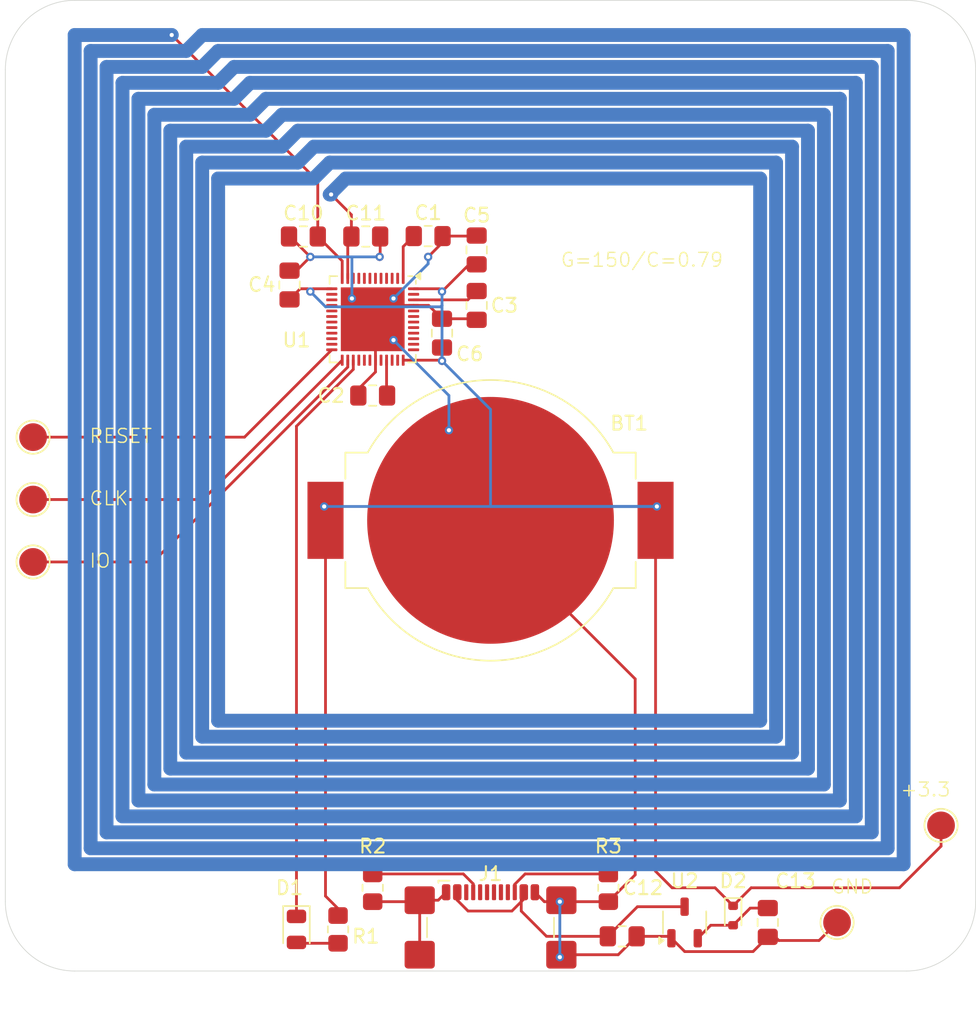
<source format=kicad_pcb>
(kicad_pcb (version 20240108) (generator "pcbnew") (generator_version "8.0")
  (layers (0 "F.Cu" signal) (31 "B.Cu" signal) (34 "B.Paste" user) (35 "F.Paste" user) (36 "B.SilkS" user "B.Silkscreen") (37 "F.SilkS" user "F.Silkscreen") (38 "B.Mask" user) (39 "F.Mask" user) (44 "Edge.Cuts" user))
  (net 0 "")
  (net 2 "+3.3V")
  (net 3 "GND")
  (net 4 "Net-(U1-DEC1)")
  (net 5 "Net-(U1-DEC3)")
  (net 6 "Net-(U1-DEC4)")
  (net 10 "Net-(U1-NFC1{slash}P0.09)")
  (net 11 "Net-(U2-IN)")
  (net 12 "Net-(D2-A)")
  (net 13 "Net-(D1-K)")
  (net 14 "Net-(D1-A)")
  (net 16 "Net-(J1-CC1)")
  (net 20 "Net-(J1-CC2)")
  (net 23 "Net-(U1-P0.21{slash}~{RESET})")
  (net 24 "Net-(U1-SWDCLK)")
  (net 25 "Net-(U1-SWDIO)")
  (footprint "TestPoint:TestPoint_Pad_D2.0mm" (layer "F.Cu") (at 62 71.5)
    (property "Reference" "TP1" (hide yes))
    (property "Value" "RESET")
    (fp_circle (center 0 0) (end 0 1.2) (stroke (width 0.12)) (fill none) (layer "F.SilkS"))
    (pad "1" smd circle (at 0 0) (size 2 2) (layers "F.Cu" "F.Mask") (net 23 "Net-(U1-P0.21{slash}~{RESET})"))
  )
  (footprint "Capacitor_SMD:C_0805_2012Metric_Pad1.18x1.45mm_HandSolder" (layer "F.Cu") (at 94 58 90)
    (property "Reference" "C5" (at 2.5 0 180) (layer "F.SilkS"))
    (property "Value" "4.7u")
    (fp_line (start -0.261252 -0.735) (end 0.261252 -0.735) (stroke (width 0.12)) (layer "F.SilkS"))
    (fp_line (start -0.261252 0.735) (end 0.261252 0.735) (stroke (width 0.12)) (layer "F.SilkS"))
    (pad "1" smd roundrect (at -1.0375 0 90) (size 1.175 1.45) (layers "F.Cu" "F.Paste" "F.Mask") (roundrect_rratio 0.212766) (net 2 "+3.3V"))
    (pad "2" smd roundrect (at 1.0375 0 90) (size 1.175 1.45) (layers "F.Cu" "F.Paste" "F.Mask") (roundrect_rratio 0.212766) (net 3 "GND"))
  )
  (footprint "Capacitor_SMD:C_0805_2012Metric_Pad1.18x1.45mm_HandSolder" (layer "F.Cu") (at 80.5 60.53 90)
    (property "Reference" "C4" (at 0.03 -2 180) (layer "F.SilkS"))
    (property "Value" "100n")
    (fp_line (start -0.261252 -0.735) (end 0.261252 -0.735) (stroke (width 0.12)) (layer "F.SilkS"))
    (fp_line (start -0.261252 0.735) (end 0.261252 0.735) (stroke (width 0.12)) (layer "F.SilkS"))
    (pad "1" smd roundrect (at -1.0375 0 90) (size 1.175 1.45) (layers "F.Cu" "F.Paste" "F.Mask") (roundrect_rratio 0.212766) (net 2 "+3.3V"))
    (pad "2" smd roundrect (at 1.0375 0 90) (size 1.175 1.45) (layers "F.Cu" "F.Paste" "F.Mask") (roundrect_rratio 0.212766) (net 3 "GND"))
  )
  (footprint "Capacitor_SMD:C_0805_2012Metric_Pad1.18x1.45mm_HandSolder" (layer "F.Cu") (at 94 62 -90)
    (property "Reference" "C3" (at 0 -2 180) (layer "F.SilkS"))
    (property "Value" "1u")
    (fp_line (start -0.261252 0.735) (end 0.261252 0.735) (stroke (width 0.12)) (layer "F.SilkS"))
    (fp_line (start -0.261252 -0.735) (end 0.261252 -0.735) (stroke (width 0.12)) (layer "F.SilkS"))
    (pad "1" smd roundrect (at -1.0375 0 270) (size 1.175 1.45) (layers "F.Cu" "F.Paste" "F.Mask") (roundrect_rratio 0.212766) (net 6 "Net-(U1-DEC4)"))
    (pad "2" smd roundrect (at 1.0375 0 270) (size 1.175 1.45) (layers "F.Cu" "F.Paste" "F.Mask") (roundrect_rratio 0.212766) (net 3 "GND"))
  )
  (footprint "TestPoint:TestPoint_Pad_D2.0mm" (layer "F.Cu") (at 62 76)
    (property "Reference" "TP2" (hide yes))
    (property "Value" "CLK")
    (fp_circle (center 0 0) (end 0 1.2) (stroke (width 0.12)) (fill none) (layer "F.SilkS"))
    (pad "1" smd circle (at 0 0) (size 2 2) (layers "F.Cu" "F.Mask") (net 24 "Net-(U1-SWDCLK)"))
  )
  (footprint "Capacitor_SMD:C_0805_2012Metric_Pad1.18x1.45mm_HandSolder" (layer "F.Cu") (at 104.5 107.5)
    (property "Reference" "C12" (at 1.5 -3.5 0) (layer "F.SilkS"))
    (property "Value" "100n")
    (fp_line (start -0.261252 -0.735) (end 0.261252 -0.735) (stroke (width 0.12)) (layer "F.SilkS"))
    (fp_line (start -0.261252 0.735) (end 0.261252 0.735) (stroke (width 0.12)) (layer "F.SilkS"))
    (pad "1" smd roundrect (at -1.0375 0) (size 1.175 1.45) (layers "F.Cu" "F.Paste" "F.Mask") (roundrect_rratio 0.212766) (net 11 "Net-(U2-IN)"))
    (pad "2" smd roundrect (at 1.0375 0) (size 1.175 1.45) (layers "F.Cu" "F.Paste" "F.Mask") (roundrect_rratio 0.212766) (net 3 "GND"))
  )
  (footprint "TestPoint:TestPoint_Pad_D2.0mm" (layer "F.Cu") (at 62 80.5)
    (property "Reference" "TP3" (hide yes))
    (property "Value" "IO")
    (fp_circle (center 0 0) (end 0 1.2) (stroke (width 0.12)) (fill none) (layer "F.SilkS"))
    (pad "1" smd circle (at 0 0) (size 2 2) (layers "F.Cu" "F.Mask") (net 25 "Net-(U1-SWDIO)"))
  )
  (footprint "Capacitor_SMD:C_0805_2012Metric_Pad1.18x1.45mm_HandSolder" (layer "F.Cu") (at 115 106.5 -90)
    (property "Reference" "C13" (at -3 -2 180) (layer "F.SilkS"))
    (property "Value" "100n")
    (fp_line (start -0.261252 0.735) (end 0.261252 0.735) (stroke (width 0.12)) (layer "F.SilkS"))
    (fp_line (start -0.261252 -0.735) (end 0.261252 -0.735) (stroke (width 0.12)) (layer "F.SilkS"))
    (pad "1" smd roundrect (at -1.0375 0 270) (size 1.175 1.45) (layers "F.Cu" "F.Paste" "F.Mask") (roundrect_rratio 0.212766) (net 12 "Net-(D2-A)"))
    (pad "2" smd roundrect (at 1.0375 0 270) (size 1.175 1.45) (layers "F.Cu" "F.Paste" "F.Mask") (roundrect_rratio 0.212766) (net 3 "GND"))
  )
  (footprint "Battery:BatteryHolder_MPD_BC2003_1x2032" (layer "F.Cu") (at 95 77.5)
    (property "Reference" "BT1" (at 10 -7 0) (layer "F.SilkS"))
    (property "Value" "CR2032")
    (fp_line (start -10.47 -4.885) (end -8.86291 -4.885) (stroke (width 0.12)) (layer "F.SilkS"))
    (fp_line (start -10.47 -3) (end -10.47 -4.885) (stroke (width 0.12)) (layer "F.SilkS"))
    (fp_line (start -10.47 3) (end -10.47 4.885) (stroke (width 0.12)) (layer "F.SilkS"))
    (fp_line (start -10.47 4.885) (end -8.86291 4.885) (stroke (width 0.12)) (layer "F.SilkS"))
    (fp_line (start 10.47 -4.885) (end 8.86291 -4.885) (stroke (width 0.12)) (layer "F.SilkS"))
    (fp_line (start 10.47 -3) (end 10.47 -4.885) (stroke (width 0.12)) (layer "F.SilkS"))
    (fp_line (start 10.47 3) (end 10.47 4.885) (stroke (width 0.12)) (layer "F.SilkS"))
    (fp_line (start 10.47 4.885) (end 8.86291 4.885) (stroke (width 0.12)) (layer "F.SilkS"))
    (fp_arc (start -8.86291 -4.885) (mid 0 -10.12) (end 8.86291 -4.885) (stroke (width 0.12)) (layer "F.SilkS"))
    (fp_arc (start 8.865021 4.881168) (mid 0.002187 10.12) (end -8.86291 4.885) (stroke (width 0.12)) (layer "F.SilkS"))
    (pad "1" smd rect (at -11.905 0) (size 2.6 5.56) (layers "F.Cu" "F.Paste" "F.Mask") (net 2 "+3.3V"))
    (pad "1" smd rect (at 11.905 0) (size 2.6 5.56) (layers "F.Cu" "F.Paste" "F.Mask") (net 2 "+3.3V"))
    (pad "2" smd circle (at 0 0) (size 17.8 17.8) (layers "F.Cu" "F.Mask") (net 3 "GND"))
  )
  (footprint "Resistor_SMD:R_0805_2012Metric_Pad1.20x1.40mm_HandSolder" (layer "F.Cu") (at 84 107 90)
    (property "Reference" "R1" (at -0.5 2 180) (layer "F.SilkS"))
    (property "Value" "100")
    (fp_line (start -0.227064 -0.735) (end 0.227064 -0.735) (stroke (width 0.12)) (layer "F.SilkS"))
    (fp_line (start -0.227064 0.735) (end 0.227064 0.735) (stroke (width 0.12)) (layer "F.SilkS"))
    (pad "1" smd roundrect (at -1 0 90) (size 1.2 1.4) (layers "F.Cu" "F.Paste" "F.Mask") (roundrect_rratio 0.208333) (net 14 "Net-(D1-A)"))
    (pad "2" smd roundrect (at 1 0 90) (size 1.2 1.4) (layers "F.Cu" "F.Paste" "F.Mask") (roundrect_rratio 0.208333) (net 2 "+3.3V"))
  )
  (footprint "Capacitor_SMD:C_0805_2012Metric_Pad1.18x1.45mm_HandSolder" (layer "F.Cu") (at 81.5 57.03)
    (property "Reference" "C10" (at 0 -1.68 0) (layer "F.SilkS"))
    (property "Value" "TBD")
    (fp_line (start -0.261252 -0.735) (end 0.261252 -0.735) (stroke (width 0.12)) (layer "F.SilkS"))
    (fp_line (start -0.261252 0.735) (end 0.261252 0.735) (stroke (width 0.12)) (layer "F.SilkS"))
    (pad "1" smd roundrect (at -1.0375 0) (size 1.175 1.45) (layers "F.Cu" "F.Paste" "F.Mask") (roundrect_rratio 0.212766) (net 3 "GND"))
    (pad "2" smd roundrect (at 1.0375 0) (size 1.175 1.45) (layers "F.Cu" "F.Paste" "F.Mask") (roundrect_rratio 0.212766) (net 10 "Net-(U1-NFC1{slash}P0.09)"))
  )
  (footprint "Capacitor_SMD:C_0805_2012Metric_Pad1.18x1.45mm_HandSolder" (layer "F.Cu") (at 86 57.03)
    (property "Reference" "C11" (at 0 -1.68 0) (layer "F.SilkS"))
    (property "Value" "TBD")
    (fp_line (start -0.261252 -0.735) (end 0.261252 -0.735) (stroke (width 0.12)) (layer "F.SilkS"))
    (fp_line (start -0.261252 0.735) (end 0.261252 0.735) (stroke (width 0.12)) (layer "F.SilkS"))
    (pad "1" smd roundrect (at -1.0375 0) (size 1.175 1.45) (layers "F.Cu" "F.Paste" "F.Mask") (roundrect_rratio 0.212766) (net 10 "Net-(U1-NFC1{slash}P0.09)"))
    (pad "2" smd roundrect (at 1.0375 0) (size 1.175 1.45) (layers "F.Cu" "F.Paste" "F.Mask") (roundrect_rratio 0.212766) (net 3 "GND"))
  )
  (footprint "TestPoint:TestPoint_Pad_D2.0mm" (layer "F.Cu") (at 120 106.5)
    (property "Reference" "TP6" (hide yes))
    (property "Value" "GND")
    (fp_circle (center 0 0) (end 0 1.2) (stroke (width 0.12)) (fill none) (layer "F.SilkS"))
    (pad "1" smd circle (at 0 0) (size 2 2) (layers "F.Cu" "F.Mask") (net 3 "GND"))
  )
  (footprint "Connector_USB:USB_C_Receptacle_GCT_USB4110" (layer "F.Cu") (at 95 108)
    (property "Reference" "J1" (at 0 -5.015 0) (layer "F.SilkS"))
    (property "Value" "USB_C_Receptacle_USB2.0_16P")
    (fp_line (start -4.58 -0.435) (end -4.58 -1.845) (stroke (width 0.12)) (layer "F.SilkS"))
    (fp_line (start -3.76 -4.515) (end -3.76 -4.365) (stroke (width 0.12)) (layer "F.SilkS"))
    (fp_line (start -2.96 -4.515) (end -3.76 -4.515) (stroke (width 0.12)) (layer "F.SilkS"))
    (fp_line (start 4.58 -0.435) (end 4.58 -1.845) (stroke (width 0.12)) (layer "F.SilkS"))
    (pad "" np_thru_hole circle (at -2.89 -2.605) (size 0.65 0.65) (drill 0.65) (layers "F&B.Cu" "*.Mask"))
    (pad "" np_thru_hole circle (at 2.89 -2.605) (size 0.65 0.65) (drill 0.65) (layers "F&B.Cu" "*.Mask"))
    (pad "A1" smd roundrect (at -3.2 -3.68) (size 0.6 1.15) (layers "F.Cu" "F.Paste" "F.Mask") (net 3 "GND"))
    (pad "A4" smd roundrect (at -2.4 -3.68) (size 0.6 1.15) (layers "F.Cu" "F.Paste" "F.Mask") (net 11 "Net-(U2-IN)"))
    (pad "A5" smd roundrect (at -1.25 -3.68) (size 0.3 1.15) (layers "F.Cu" "F.Paste" "F.Mask") (net 16 "Net-(J1-CC1)"))
    (pad "A6" smd roundrect (at -0.25 -3.68) (size 0.3 1.15) (layers "F.Cu" "F.Paste" "F.Mask"))
    (pad "A7" smd roundrect (at 0.25 -3.68) (size 0.3 1.15) (layers "F.Cu" "F.Paste" "F.Mask"))
    (pad "A8" smd roundrect (at 1.25 -3.68) (size 0.3 1.15) (layers "F.Cu" "F.Paste" "F.Mask"))
    (pad "A9" smd roundrect (at 2.4 -3.68) (size 0.6 1.15) (layers "F.Cu" "F.Paste" "F.Mask") (net 11 "Net-(U2-IN)"))
    (pad "A12" smd roundrect (at 3.2 -3.68) (size 0.6 1.15) (layers "F.Cu" "F.Paste" "F.Mask") (net 3 "GND"))
    (pad "B1" smd roundrect (at 3.2 -3.68) (size 0.6 1.15) (layers "F.Cu" "F.Paste" "F.Mask") (net 3 "GND"))
    (pad "B4" smd roundrect (at 2.4 -3.68) (size 0.6 1.15) (layers "F.Cu" "F.Paste" "F.Mask") (net 11 "Net-(U2-IN)"))
    (pad "B5" smd roundrect (at 1.75 -3.68) (size 0.3 1.15) (layers "F.Cu" "F.Paste" "F.Mask") (net 20 "Net-(J1-CC2)"))
    (pad "B6" smd roundrect (at 0.75 -3.68) (size 0.3 1.15) (layers "F.Cu" "F.Paste" "F.Mask"))
    (pad "B7" smd roundrect (at -0.75 -3.68) (size 0.3 1.15) (layers "F.Cu" "F.Paste" "F.Mask"))
    (pad "B8" smd roundrect (at -1.75 -3.68) (size 0.3 1.15) (layers "F.Cu" "F.Paste" "F.Mask"))
    (pad "B9" smd roundrect (at -2.4 -3.68) (size 0.6 1.15) (layers "F.Cu" "F.Paste" "F.Mask") (net 11 "Net-(U2-IN)"))
    (pad "B12" smd roundrect (at -3.2 -3.68) (size 0.6 1.15) (layers "F.Cu" "F.Paste" "F.Mask") (net 3 "GND"))
    (pad "S1" smd roundrect (at -5.11 -3.105) (size 2.18 2) (layers "F.Cu" "F.Paste" "F.Mask") (roundrect_rratio 0.125) (net 3 "GND"))
    (pad "S1" smd roundrect (at -5.11 0.825) (size 2.18 2) (layers "F.Cu" "F.Paste" "F.Mask") (roundrect_rratio 0.125) (net 3 "GND"))
    (pad "S1" smd roundrect (at 5.11 -3.105) (size 2.18 2) (layers "F.Cu" "F.Paste" "F.Mask") (roundrect_rratio 0.125) (net 3 "GND"))
    (pad "S1" smd roundrect (at 5.11 0.825) (size 2.18 2) (layers "F.Cu" "F.Paste" "F.Mask") (roundrect_rratio 0.125) (net 3 "GND"))
  )
  (footprint "LED_SMD:LED_0805_2012Metric" (layer "F.Cu") (at 81 107 -90)
    (property "Reference" "D1" (at -3 0.5 180) (layer "F.SilkS"))
    (property "Value" "ACTIVE")
    (fp_line (start -1.685 0.96) (end 1 0.96) (stroke (width 0.12)) (layer "F.SilkS"))
    (fp_line (start -1.685 -0.96) (end -1.685 0.96) (stroke (width 0.12)) (layer "F.SilkS"))
    (fp_line (start 1 -0.96) (end -1.685 -0.96) (stroke (width 0.12)) (layer "F.SilkS"))
    (pad "1" smd roundrect (at -0.9375 0 270) (size 0.975 1.4) (layers "F.Cu" "F.Paste" "F.Mask") (net 13 "Net-(D1-K)"))
    (pad "2" smd roundrect (at 0.9375 0 270) (size 0.975 1.4) (layers "F.Cu" "F.Paste" "F.Mask") (net 14 "Net-(D1-A)"))
  )
  (footprint "Package_DFN_QFN:QFN-48-1EP_6x6mm_P0.4mm_EP4.6x4.6mm" (layer "F.Cu") (at 86.5 63 -90)
    (property "Reference" "U1" (at 1.5 5.5 180) (layer "F.SilkS"))
    (property "Value" "nRF52832-QFxx")
    (fp_line (start -3.11 3.11) (end -3.11 2.56) (stroke (width 0.12)) (layer "F.SilkS"))
    (fp_line (start -2.56 3.11) (end -3.11 3.11) (stroke (width 0.12)) (layer "F.SilkS"))
    (fp_line (start 2.56 3.11) (end 3.11 3.11) (stroke (width 0.12)) (layer "F.SilkS"))
    (fp_line (start 3.11 3.11) (end 3.11 2.56) (stroke (width 0.12)) (layer "F.SilkS"))
    (fp_line (start -3.11 -2.56) (end -3.11 -2.87) (stroke (width 0.12)) (layer "F.SilkS"))
    (fp_line (start -2.56 -3.11) (end -2.81 -3.11) (stroke (width 0.12)) (layer "F.SilkS"))
    (fp_line (start 2.56 -3.11) (end 3.11 -3.11) (stroke (width 0.12)) (layer "F.SilkS"))
    (fp_line (start 3.11 -3.11) (end 3.11 -2.56) (stroke (width 0.12)) (layer "F.SilkS"))
    (fp_poly (pts (xy -3.11 -3.11) (xy -3.35 -3.44) (xy -2.87 -3.44) (xy -3.11 -3.11)) (stroke (width 0.12)) (fill solid) (layer "F.SilkS"))
    (pad "1" smd roundrect (at -2.95 -2.2 270) (size 0.8 0.2) (layers "F.Cu" "F.Paste" "F.Mask") (net 4 "Net-(U1-DEC1)"))
    (pad "2" smd roundrect (at -2.95 -1.8 270) (size 0.8 0.2) (layers "F.Cu" "F.Paste" "F.Mask"))
    (pad "3" smd roundrect (at -2.95 -1.4 270) (size 0.8 0.2) (layers "F.Cu" "F.Paste" "F.Mask"))
    (pad "4" smd roundrect (at -2.95 -1 270) (size 0.8 0.2) (layers "F.Cu" "F.Paste" "F.Mask"))
    (pad "5" smd roundrect (at -2.95 -0.6 270) (size 0.8 0.2) (layers "F.Cu" "F.Paste" "F.Mask"))
    (pad "6" smd roundrect (at -2.95 -0.2 270) (size 0.8 0.2) (layers "F.Cu" "F.Paste" "F.Mask"))
    (pad "7" smd roundrect (at -2.95 0.2 270) (size 0.8 0.2) (layers "F.Cu" "F.Paste" "F.Mask"))
    (pad "8" smd roundrect (at -2.95 0.6 270) (size 0.8 0.2) (layers "F.Cu" "F.Paste" "F.Mask"))
    (pad "9" smd roundrect (at -2.95 1 270) (size 0.8 0.2) (layers "F.Cu" "F.Paste" "F.Mask"))
    (pad "10" smd roundrect (at -2.95 1.4 270) (size 0.8 0.2) (layers "F.Cu" "F.Paste" "F.Mask"))
    (pad "11" smd roundrect (at -2.95 1.8 270) (size 0.8 0.2) (layers "F.Cu" "F.Paste" "F.Mask") (net 10 "Net-(U1-NFC1{slash}P0.09)"))
    (pad "12" smd roundrect (at -2.95 2.2 270) (size 0.8 0.2) (layers "F.Cu" "F.Paste" "F.Mask") (net 10 "Net-(U1-NFC1{slash}P0.09)"))
    (pad "13" smd roundrect (at -2.2 2.95 270) (size 0.2 0.8) (layers "F.Cu" "F.Paste" "F.Mask") (net 2 "+3.3V"))
    (pad "14" smd roundrect (at -1.8 2.95 270) (size 0.2 0.8) (layers "F.Cu" "F.Paste" "F.Mask"))
    (pad "15" smd roundrect (at -1.4 2.95 270) (size 0.2 0.8) (layers "F.Cu" "F.Paste" "F.Mask"))
    (pad "16" smd roundrect (at -1 2.95 270) (size 0.2 0.8) (layers "F.Cu" "F.Paste" "F.Mask"))
    (pad "17" smd roundrect (at -0.6 2.95 270) (size 0.2 0.8) (layers "F.Cu" "F.Paste" "F.Mask"))
    (pad "18" smd roundrect (at -0.2 2.95 270) (size 0.2 0.8) (layers "F.Cu" "F.Paste" "F.Mask"))
    (pad "19" smd roundrect (at 0.2 2.95 270) (size 0.2 0.8) (layers "F.Cu" "F.Paste" "F.Mask"))
    (pad "20" smd roundrect (at 0.6 2.95 270) (size 0.2 0.8) (layers "F.Cu" "F.Paste" "F.Mask"))
    (pad "21" smd roundrect (at 1 2.95 270) (size 0.2 0.8) (layers "F.Cu" "F.Paste" "F.Mask"))
    (pad "22" smd roundrect (at 1.4 2.95 270) (size 0.2 0.8) (layers "F.Cu" "F.Paste" "F.Mask"))
    (pad "23" smd roundrect (at 1.8 2.95 270) (size 0.2 0.8) (layers "F.Cu" "F.Paste" "F.Mask"))
    (pad "24" smd roundrect (at 2.2 2.95 270) (size 0.2 0.8) (layers "F.Cu" "F.Paste" "F.Mask") (net 23 "Net-(U1-P0.21{slash}~{RESET})"))
    (pad "25" smd roundrect (at 2.95 2.2 270) (size 0.8 0.2) (layers "F.Cu" "F.Paste" "F.Mask") (net 24 "Net-(U1-SWDCLK)"))
    (pad "26" smd roundrect (at 2.95 1.8 270) (size 0.8 0.2) (layers "F.Cu" "F.Paste" "F.Mask") (net 25 "Net-(U1-SWDIO)"))
    (pad "27" smd roundrect (at 2.95 1.4 270) (size 0.8 0.2) (layers "F.Cu" "F.Paste" "F.Mask") (net 13 "Net-(D1-K)"))
    (pad "28" smd roundrect (at 2.95 1 270) (size 0.8 0.2) (layers "F.Cu" "F.Paste" "F.Mask"))
    (pad "29" smd roundrect (at 2.95 0.6 270) (size 0.8 0.2) (layers "F.Cu" "F.Paste" "F.Mask"))
    (pad "30" smd roundrect (at 2.95 0.2 270) (size 0.8 0.2) (layers "F.Cu" "F.Paste" "F.Mask"))
    (pad "31" smd roundrect (at 2.95 -0.2 270) (size 0.8 0.2) (layers "F.Cu" "F.Paste" "F.Mask") (net 3 "GND"))
    (pad "32" smd roundrect (at 2.95 -0.6 270) (size 0.8 0.2) (layers "F.Cu" "F.Paste" "F.Mask"))
    (pad "33" smd roundrect (at 2.95 -1 270) (size 0.8 0.2) (layers "F.Cu" "F.Paste" "F.Mask") (net 5 "Net-(U1-DEC3)"))
    (pad "34" smd roundrect (at 2.95 -1.4 270) (size 0.8 0.2) (layers "F.Cu" "F.Paste" "F.Mask"))
    (pad "35" smd roundrect (at 2.95 -1.8 270) (size 0.8 0.2) (layers "F.Cu" "F.Paste" "F.Mask"))
    (pad "36" smd roundrect (at 2.95 -2.2 270) (size 0.8 0.2) (layers "F.Cu" "F.Paste" "F.Mask") (net 2 "+3.3V"))
    (pad "37" smd roundrect (at 2.2 -2.95 270) (size 0.2 0.8) (layers "F.Cu" "F.Paste" "F.Mask"))
    (pad "38" smd roundrect (at 1.8 -2.95 270) (size 0.2 0.8) (layers "F.Cu" "F.Paste" "F.Mask"))
    (pad "39" smd roundrect (at 1.4 -2.95 270) (size 0.2 0.8) (layers "F.Cu" "F.Paste" "F.Mask"))
    (pad "40" smd roundrect (at 1 -2.95 270) (size 0.2 0.8) (layers "F.Cu" "F.Paste" "F.Mask"))
    (pad "41" smd roundrect (at 0.6 -2.95 270) (size 0.2 0.8) (layers "F.Cu" "F.Paste" "F.Mask"))
    (pad "42" smd roundrect (at 0.2 -2.95 270) (size 0.2 0.8) (layers "F.Cu" "F.Paste" "F.Mask"))
    (pad "43" smd roundrect (at -0.2 -2.95 270) (size 0.2 0.8) (layers "F.Cu" "F.Paste" "F.Mask"))
    (pad "44" smd roundrect (at -0.6 -2.95 270) (size 0.2 0.8) (layers "F.Cu" "F.Paste" "F.Mask"))
    (pad "45" smd roundrect (at -1 -2.95 270) (size 0.2 0.8) (layers "F.Cu" "F.Paste" "F.Mask") (net 3 "GND"))
    (pad "46" smd roundrect (at -1.4 -2.95 270) (size 0.2 0.8) (layers "F.Cu" "F.Paste" "F.Mask") (net 6 "Net-(U1-DEC4)"))
    (pad "47" smd roundrect (at -1.8 -2.95 270) (size 0.2 0.8) (layers "F.Cu" "F.Paste" "F.Mask"))
    (pad "48" smd roundrect (at -2.2 -2.95 270) (size 0.2 0.8) (layers "F.Cu" "F.Paste" "F.Mask") (net 2 "+3.3V"))
    (pad "49" smd rect (at 0 0 270) (size 4.6 4.6) (property pad_prop_heatsink) (layers "F.Cu" "F.Mask") (net 3 "GND"))
  )
  (footprint "Capacitor_SMD:C_0805_2012Metric_Pad1.18x1.45mm_HandSolder" (layer "F.Cu") (at 91.5 64 90)
    (property "Reference" "C6" (at -1.5 2 180) (layer "F.SilkS"))
    (property "Value" "100n")
    (fp_line (start -0.261252 -0.735) (end 0.261252 -0.735) (stroke (width 0.12)) (layer "F.SilkS"))
    (fp_line (start -0.261252 0.735) (end 0.261252 0.735) (stroke (width 0.12)) (layer "F.SilkS"))
    (pad "1" smd roundrect (at -1.0375 0 90) (size 1.175 1.45) (layers "F.Cu" "F.Paste" "F.Mask") (roundrect_rratio 0.212766) (net 2 "+3.3V"))
    (pad "2" smd roundrect (at 1.0375 0 90) (size 1.175 1.45) (layers "F.Cu" "F.Paste" "F.Mask") (roundrect_rratio 0.212766) (net 3 "GND"))
  )
  (footprint "Capacitor_SMD:C_0805_2012Metric_Pad1.18x1.45mm_HandSolder" (layer "F.Cu") (at 86.5 68.5 180)
    (property "Reference" "C2" (at 3 0 0) (layer "F.SilkS"))
    (property "Value" "100p")
    (fp_line (start -0.261252 0.735) (end 0.261252 0.735) (stroke (width 0.12)) (layer "F.SilkS"))
    (fp_line (start -0.261252 -0.735) (end 0.261252 -0.735) (stroke (width 0.12)) (layer "F.SilkS"))
    (pad "1" smd roundrect (at -1.0375 0 180) (size 1.175 1.45) (layers "F.Cu" "F.Paste" "F.Mask") (roundrect_rratio 0.212766) (net 5 "Net-(U1-DEC3)"))
    (pad "2" smd roundrect (at 1.0375 0 180) (size 1.175 1.45) (layers "F.Cu" "F.Paste" "F.Mask") (roundrect_rratio 0.212766) (net 3 "GND"))
  )
  (footprint "TestPoint:TestPoint_Pad_D2.0mm" (layer "F.Cu") (at 127.5 99.5)
    (property "Reference" "TP5" (hide yes))
    (property "Value" "+3.3")
    (fp_circle (center 0 0) (end 0 1.2) (stroke (width 0.12)) (fill none) (layer "F.SilkS"))
    (pad "1" smd circle (at 0 0) (size 2 2) (layers "F.Cu" "F.Mask") (net 2 "+3.3V"))
  )
  (footprint "Resistor_SMD:R_0805_2012Metric_Pad1.20x1.40mm_HandSolder" (layer "F.Cu") (at 86.5 104 90)
    (property "Reference" "R2" (at 3 0 180) (layer "F.SilkS"))
    (property "Value" "5.1k")
    (fp_line (start -0.227064 -0.735) (end 0.227064 -0.735) (stroke (width 0.12)) (layer "F.SilkS"))
    (fp_line (start -0.227064 0.735) (end 0.227064 0.735) (stroke (width 0.12)) (layer "F.SilkS"))
    (pad "1" smd roundrect (at -1 0 90) (size 1.2 1.4) (layers "F.Cu" "F.Paste" "F.Mask") (roundrect_rratio 0.208333) (net 3 "GND"))
    (pad "2" smd roundrect (at 1 0 90) (size 1.2 1.4) (layers "F.Cu" "F.Paste" "F.Mask") (roundrect_rratio 0.208333) (net 16 "Net-(J1-CC1)"))
  )
  (footprint "Package_TO_SOT_SMD:SOT-23-3" (layer "F.Cu") (at 109 106.5 90)
    (property "Reference" "U2" (at 3 0 180) (layer "F.SilkS"))
    (property "Value" "RS3002-3.3SYF5")
    (fp_line (start 0 -1.56) (end 0.8 -1.56) (stroke (width 0.12)) (layer "F.SilkS"))
    (fp_line (start 0 -1.56) (end -0.8 -1.56) (stroke (width 0.12)) (layer "F.SilkS"))
    (fp_line (start 0 1.56) (end 0.8 1.56) (stroke (width 0.12)) (layer "F.SilkS"))
    (fp_line (start 0 1.56) (end -0.8 1.56) (stroke (width 0.12)) (layer "F.SilkS"))
    (fp_poly (pts (xy -1.3 -1.51) (xy -1.54 -1.84) (xy -1.06 -1.84) (xy -1.3 -1.51)) (stroke (width 0.12)) (fill solid) (layer "F.SilkS"))
    (pad "1" smd roundrect (at -1.1375 -0.95 90) (size 1.325 0.6) (layers "F.Cu" "F.Paste" "F.Mask") (net 3 "GND"))
    (pad "2" smd roundrect (at -1.1375 0.95 90) (size 1.325 0.6) (layers "F.Cu" "F.Paste" "F.Mask") (net 12 "Net-(D2-A)"))
    (pad "3" smd roundrect (at 1.1375 0 90) (size 1.325 0.6) (layers "F.Cu" "F.Paste" "F.Mask") (net 11 "Net-(U2-IN)"))
  )
  (footprint "Diode_SMD:D_SOD-523" (layer "F.Cu") (at 112.5 106 -90)
    (property "Reference" "D2" (at -2.5 0 0) (layer "F.SilkS"))
    (property "Value" "RB751S-40")
    (fp_line (start 0.7 0.6) (end -1.26 0.6) (stroke (width 0.12)) (layer "F.SilkS"))
    (fp_line (start -1.26 -0.6) (end -1.26 0.6) (stroke (width 0.12)) (layer "F.SilkS"))
    (fp_line (start 0.7 -0.6) (end -1.26 -0.6) (stroke (width 0.12)) (layer "F.SilkS"))
    (pad "1" smd roundrect (at -0.7 0 90) (size 0.6 0.7) (layers "F.Cu" "F.Paste" "F.Mask") (net 2 "+3.3V"))
    (pad "2" smd roundrect (at 0.7 0 90) (size 0.6 0.7) (layers "F.Cu" "F.Paste" "F.Mask") (net 12 "Net-(D2-A)"))
  )
  (footprint "Resistor_SMD:R_0805_2012Metric_Pad1.20x1.40mm_HandSolder" (layer "F.Cu") (at 103.5 104 -90)
    (property "Reference" "R3" (at -3 0 180) (layer "F.SilkS"))
    (property "Value" "5.1k")
    (fp_line (start -0.227064 0.735) (end 0.227064 0.735) (stroke (width 0.12)) (layer "F.SilkS"))
    (fp_line (start -0.227064 -0.735) (end 0.227064 -0.735) (stroke (width 0.12)) (layer "F.SilkS"))
    (pad "1" smd roundrect (at -1 0 270) (size 1.2 1.4) (layers "F.Cu" "F.Paste" "F.Mask") (roundrect_rratio 0.208333) (net 20 "Net-(J1-CC2)"))
    (pad "2" smd roundrect (at 1 0 270) (size 1.2 1.4) (layers "F.Cu" "F.Paste" "F.Mask") (roundrect_rratio 0.208333) (net 3 "GND"))
  )
  (footprint "Capacitor_SMD:C_0805_2012Metric_Pad1.18x1.45mm_HandSolder" (layer "F.Cu") (at 90.5 57)
    (property "Reference" "C1" (at 0 -1.68 0) (layer "F.SilkS"))
    (property "Value" "100n")
    (fp_line (start -0.261252 -0.735) (end 0.261252 -0.735) (stroke (width 0.12)) (layer "F.SilkS"))
    (fp_line (start -0.261252 0.735) (end 0.261252 0.735) (stroke (width 0.12)) (layer "F.SilkS"))
    (pad "1" smd roundrect (at -1.0375 0) (size 1.175 1.45) (layers "F.Cu" "F.Paste" "F.Mask") (roundrect_rratio 0.212766) (net 4 "Net-(U1-DEC1)"))
    (pad "2" smd roundrect (at 1.0375 0) (size 1.175 1.45) (layers "F.Cu" "F.Paste" "F.Mask") (roundrect_rratio 0.212766) (net 3 "GND"))
  )
  (gr_arc (start 125 40) (mid 128.535534 41.464466) (end 130 45) (stroke (width 0.05)) (layer "Edge.Cuts"))
  (gr_line (start 65 40) (end 125 40) (stroke (width 0.05)) (layer "Edge.Cuts"))
  (gr_line (start 130 45) (end 130 105) (stroke (width 0.05)) (layer "Edge.Cuts"))
  (gr_line (start 125 110) (end 65 110) (stroke (width 0.05)) (layer "Edge.Cuts"))
  (gr_arc (start 130 105) (mid 128.535534 108.535534) (end 125 110) (stroke (width 0.05)) (layer "Edge.Cuts"))
  (gr_line (start 60 105) (end 60 45) (stroke (width 0.05)) (layer "Edge.Cuts"))
  (gr_arc (start 60 45) (mid 61.464466 41.464466) (end 65 40) (stroke (width 0.05)) (layer "Edge.Cuts"))
  (gr_arc (start 65 110) (mid 61.464466 108.535534) (end 60 105) (stroke (width 0.05)) (layer "Edge.Cuts"))
  (gr_text "RESET" (at 66 72 0) (layer "F.SilkS") (effects (font (size 1 1) (thickness 0.1)) (justify left bottom)))
  (gr_text "+3.3" (at 124.5 97.5 0) (layer "F.SilkS") (effects (font (size 1 1) (thickness 0.1)) (justify left bottom)))
  (gr_text "G=150/C=0.79" (at 100 59.3 0) (layer "F.SilkS") (effects (font (size 1 1) (thickness 0.1)) (justify left bottom)))
  (gr_text "IO" (at 66 81 0) (layer "F.SilkS") (effects (font (size 1 1) (thickness 0.1)) (justify left bottom)))
  (gr_text "GND" (at 119.5 104.5 0) (layer "F.SilkS") (effects (font (size 1 1) (thickness 0.1)) (justify left bottom)))
  (gr_text "CLK" (at 66 76.5 0) (layer "F.SilkS") (effects (font (size 1 1) (thickness 0.1)) (justify left bottom)))
  (segment (start 106.905 77.5) (end 106.905 102.805) (width 0.2) (layer "F.Cu") (net 2))
  (segment (start 91.5 66) (end 91.5 65.0375) (width 0.2) (layer "F.Cu") (net 2))
  (segment (start 81.8 60.8) (end 81.2675 60.8) (width 0.2) (layer "F.Cu") (net 2))
  (segment (start 108.1 104) (end 111.2 104) (width 0.2) (layer "F.Cu") (net 2))
  (segment (start 93.4625 59.0375) (end 94 59.0375) (width 0.2) (layer "F.Cu") (net 2))
  (segment (start 84 105.5) (end 83.095 104.595) (width 0.2) (layer "F.Cu") (net 2))
  (segment (start 83.55 60.8) (end 82.2 60.8) (width 0.2) (layer "F.Cu") (net 2))
  (segment (start 111.2 104) (end 112.5 105.3) (width 0.2) (layer "F.Cu") (net 2))
  (segment (start 81.2675 60.8) (end 80.5 61.5675) (width 0.2) (layer "F.Cu") (net 2))
  (segment (start 91.45 65.95) (end 91.5 66) (width 0.2) (layer "F.Cu") (net 2))
  (segment (start 91.5 66) (end 91.55 65.95) (width 0.2) (layer "F.Cu") (net 2))
  (segment (start 127.5 99.5) (end 127.5 101) (width 0.2) (layer "F.Cu") (net 2))
  (segment (start 127.5 101) (end 124.5 104) (width 0.2) (layer "F.Cu") (net 2))
  (segment (start 82 61) (end 81.8 60.8) (width 0.2) (layer "F.Cu") (net 2))
  (segment (start 91.5 61) (end 93.4625 59.0375) (width 0.2) (layer "F.Cu") (net 2))
  (segment (start 91.3 60.8) (end 89.45 60.8) (width 0.2) (layer "F.Cu") (net 2))
  (segment (start 84 106) (end 84 105.5) (width 0.2) (layer "F.Cu") (net 2))
  (segment (start 91.5 61) (end 91.3 60.8) (width 0.2) (layer "F.Cu") (net 2))
  (segment (start 124.5 104) (end 113.8 104) (width 0.2) (layer "F.Cu") (net 2))
  (segment (start 113.8 104) (end 112.5 105.3) (width 0.2) (layer "F.Cu") (net 2))
  (segment (start 82.2 60.8) (end 82 61) (width 0.2) (layer "F.Cu") (net 2))
  (segment (start 106.905 102.805) (end 108.1 104) (width 0.2) (layer "F.Cu") (net 2))
  (segment (start 83.095 104.595) (end 83.095 77.5) (width 0.2) (layer "F.Cu") (net 2))
  (segment (start 88.7 65.95) (end 91.45 65.95) (width 0.2) (layer "F.Cu") (net 2))
  (via (at 82 61) (size 0.6) (drill 0.3) (layers "F.Cu" "B.Cu") (net 2))
  (via (at 91.5 66) (size 0.6) (drill 0.3) (layers "F.Cu" "B.Cu") (net 2))
  (via (at 91.5 61) (size 0.6) (drill 0.3) (layers "F.Cu" "B.Cu") (net 2))
  (via (at 83 76.5) (size 0.6) (drill 0.3) (layers "F.Cu" "B.Cu") (net 2))
  (via (at 107 76.5) (size 0.6) (drill 0.3) (layers "F.Cu" "B.Cu") (net 2))
  (segment (start 91.5 66) (end 95 69.5) (width 0.2) (layer "B.Cu") (net 2))
  (segment (start 95 76.5) (end 107 76.5) (width 0.2) (layer "B.Cu") (net 2))
  (segment (start 91.5 62) (end 91.5 66) (width 0.2) (layer "B.Cu") (net 2))
  (segment (start 95 69.5) (end 95 76.5) (width 0.2) (layer "B.Cu") (net 2))
  (segment (start 91.5 61) (end 91.5 62) (width 0.2) (layer "B.Cu") (net 2))
  (segment (start 83.1 62.1) (end 91.4 62.1) (width 0.2) (layer "B.Cu") (net 2))
  (segment (start 82 61) (end 83.1 62.1) (width 0.2) (layer "B.Cu") (net 2))
  (segment (start 91.4 62.1) (end 91.5 62) (width 0.2) (layer "B.Cu") (net 2))
  (segment (start 107 76.5) (end 83 76.5) (width 0.2) (layer "B.Cu") (net 2))
  (segment (start 81.0075 59.4925) (end 82 58.5) (width 0.2) (layer "F.Cu") (net 3))
  (segment (start 91.5375 57.4625) (end 90.5 58.5) (width 0.2) (layer "F.Cu") (net 3))
  (segment (start 99.535 104.32) (end 100 105) (width 0.2) (layer "F.Cu") (net 3))
  (segment (start 100.215 105) (end 100.11 104.895) (width 0.2) (layer "F.Cu") (net 3))
  (segment (start 115.8 107.8) (end 118.7 107.8) (width 0.2) (layer "F.Cu") (net 3))
  (segment (start 103.5 105) (end 100.215 105) (width 0.2) (layer "F.Cu") (net 3))
  (segment (start 113.9375 108.6) (end 115 107.5375) (width 0.2) (layer "F.Cu") (net 3))
  (segment (start 82 58.5) (end 80.53 57.03) (width 0.2) (layer "F.Cu") (net 3))
  (segment (start 105.5375 107.5) (end 107.9125 107.5) (width 0.2) (layer "F.Cu") (net 3))
  (segment (start 86.7 66.8) (end 85.4625 68.0375) (width 0.2) (layer "F.Cu") (net 3))
  (segment (start 105.434314 88.934314) (end 105.434314 103.065686) (width 0.2) (layer "F.Cu") (net 3))
  (segment (start 95 78.5) (end 105.434314 88.934314) (width 0.2) (layer "F.Cu") (net 3))
  (segment (start 115 107.5375) (end 115.5375 107.5375) (width 0.2) (layer "F.Cu") (net 3))
  (segment (start 91.225 104.895) (end 91.8 104.32) (width 0.2) (layer "F.Cu") (net 3))
  (segment (start 89.785 105) (end 89.89 104.895) (width 0.2) (layer "F.Cu") (net 3))
  (segment (start 80.53 57.03) (end 80.4625 57.03) (width 0.2) (layer "F.Cu") (net 3))
  (segment (start 87.5 62) (end 86.5 63) (width 0.2) (layer "F.Cu") (net 3))
  (segment (start 91.5375 57) (end 91.5375 57.4625) (width 0.2) (layer "F.Cu") (net 3))
  (segment (start 89.45 62) (end 90.5375 62) (width 0.2) (layer "F.Cu") (net 3))
  (segment (start 107.9125 107.5) (end 108.05 107.6375) (width 0.2) (layer "F.Cu") (net 3))
  (segment (start 86.5 105) (end 89.785 105) (width 0.2) (layer "F.Cu") (net 3))
  (segment (start 109.0125 108.6) (end 113.9375 108.6) (width 0.2) (layer "F.Cu") (net 3))
  (segment (start 98.2 104.32) (end 98.88 105) (width 0.2) (layer "F.Cu") (net 3))
  (segment (start 98.88 105) (end 100 105) (width 0.2) (layer "F.Cu") (net 3))
  (segment (start 89.89 104.895) (end 91.225 104.895) (width 0.2) (layer "F.Cu") (net 3))
  (segment (start 104.2125 108.825) (end 105.5375 107.5) (width 0.2) (layer "F.Cu") (net 3))
  (segment (start 93.9625 57) (end 94 56.9625) (width 0.2) (layer "F.Cu") (net 3))
  (segment (start 87 58.5) (end 87.0375 58.4625) (width 0.2) (layer "F.Cu") (net 3))
  (segment (start 91.5 62.9625) (end 93.925 62.9625) (width 0.2) (layer "F.Cu") (net 3))
  (segment (start 100.11 108.825) (end 104.2125 108.825) (width 0.2) (layer "F.Cu") (net 3))
  (segment (start 105.434314 103.065686) (end 103.5 105) (width 0.2) (layer "F.Cu") (net 3))
  (segment (start 90.5375 62) (end 91.5 62.9625) (width 0.2) (layer "F.Cu") (net 3))
  (segment (start 89.45 62) (end 87.5 62) (width 0.2) (layer "F.Cu") (net 3))
  (segment (start 86.7 65.95) (end 86.7 66.8) (width 0.2) (layer "F.Cu") (net 3))
  (segment (start 108.05 107.6375) (end 109.0125 108.6) (width 0.2) (layer "F.Cu") (net 3))
  (segment (start 91.5375 57) (end 91.5 57) (width 0.2) (layer "F.Cu") (net 3))
  (segment (start 80.5 59.4925) (end 81.0075 59.4925) (width 0.2) (layer "F.Cu") (net 3))
  (segment (start 89.89 108.825) (end 89.89 104.895) (width 0.2) (layer "F.Cu") (net 3))
  (segment (start 85.4625 68.0375) (end 85.4625 69) (width 0.2) (layer "F.Cu") (net 3))
  (segment (start 115.5375 107.5375) (end 115.8 107.8) (width 0.2) (layer "F.Cu") (net 3))
  (segment (start 91.5 57) (end 93.9625 57) (width 0.2) (layer "F.Cu") (net 3))
  (segment (start 93.925 62.9625) (end 94 63.0375) (width 0.2) (layer "F.Cu") (net 3))
  (segment (start 87.0375 58.4625) (end 87.0375 57.03) (width 0.2) (layer "F.Cu") (net 3))
  (segment (start 100 109) (end 100.11 108.825) (width 0.2) (layer "F.Cu") (net 3))
  (segment (start 86.7 65.95) (end 86.7 63.2) (width 0.2) (layer "F.Cu") (net 3))
  (segment (start 86.7 63.2) (end 86.5 63) (width 0.2) (layer "F.Cu") (net 3))
  (segment (start 85.5375 69.075) (end 85.4625 69) (width 0.2) (layer "F.Cu") (net 3))
  (segment (start 118.7 107.8) (end 120 106.5) (width 0.2) (layer "F.Cu") (net 3))
  (segment (start 100 105) (end 100.11 104.895) (width 0.2) (layer "F.Cu") (net 3))
  (via (at 88 61.5) (size 0.6) (drill 0.3) (layers "F.Cu" "B.Cu") (net 3))
  (via (at 100 105) (size 0.6) (drill 0.3) (layers "F.Cu" "B.Cu") (net 3))
  (via (at 92 71) (size 0.6) (drill 0.3) (layers "F.Cu" "B.Cu") (net 3))
  (via (at 88 64.5) (size 0.6) (drill 0.3) (layers "F.Cu" "B.Cu") (net 3))
  (via (at 100 109) (size 0.6) (drill 0.3) (layers "F.Cu" "B.Cu") (net 3))
  (via (at 87 58.5) (size 0.6) (drill 0.3) (layers "F.Cu" "B.Cu") (net 3))
  (via (at 90.5 58.5) (size 0.6) (drill 0.3) (layers "F.Cu" "B.Cu") (net 3))
  (via (at 85 61.5) (size 0.6) (drill 0.3) (layers "F.Cu" "B.Cu") (net 3))
  (via (at 82 58.5) (size 0.6) (drill 0.3) (layers "F.Cu" "B.Cu") (net 3))
  (segment (start 100 105) (end 100 109) (width 0.2) (layer "B.Cu") (net 3))
  (segment (start 92 68.5) (end 92 71) (width 0.2) (layer "B.Cu") (net 3))
  (segment (start 88 64.5) (end 92 68.5) (width 0.2) (layer "B.Cu") (net 3))
  (segment (start 88 61.5) (end 90.5 59) (width 0.2) (layer "B.Cu") (net 3))
  (segment (start 85 61.5) (end 85 58.5) (width 0.2) (layer "B.Cu") (net 3))
  (segment (start 84 58.5) (end 87 58.5) (width 0.2) (layer "B.Cu") (net 3))
  (segment (start 90.5 59) (end 90.5 58.5) (width 0.2) (layer "B.Cu") (net 3))
  (segment (start 82 58.5) (end 84 58.5) (width 0.2) (layer "B.Cu") (net 3))
  (segment (start 88.7 57.7625) (end 89.4625 57) (width 0.2) (layer "F.Cu") (net 4))
  (segment (start 88.7 60.05) (end 88.7 57.7625) (width 0.2) (layer "F.Cu") (net 4))
  (segment (start 87.5 65.95) (end 87.5 68.9625) (width 0.2) (layer "F.Cu") (net 5))
  (segment (start 87.5 68.9625) (end 87.5375 69) (width 0.2) (layer "F.Cu") (net 5))
  (segment (start 89.45 61.6) (end 93.3625 61.6) (width 0.2) (layer "F.Cu") (net 6))
  (segment (start 93.3625 61.6) (end 94 60.9625) (width 0.2) (layer "F.Cu") (net 6))
  (segment (start 82.5375 57.03) (end 82.5375 53.0375) (width 0.2) (layer "F.Cu") (net 10))
  (segment (start 82.5375 53.0375) (end 72 42.5) (width 0.2) (layer "F.Cu") (net 10))
  (segment (start 84.3 60.05) (end 84.3 58.7925) (width 0.2) (layer "F.Cu") (net 10))
  (segment (start 84.7 57.725) (end 84.7 60.05) (width 0.2) (layer "F.Cu") (net 10))
  (segment (start 84.9625 55.4625) (end 84.9625 57.03) (width 0.2) (layer "F.Cu") (net 10))
  (segment (start 84.9625 57.03) (end 84.9625 57.4625) (width 0.2) (layer "F.Cu") (net 10))
  (segment (start 84.9625 57.4625) (end 84.7 57.725) (width 0.2) (layer "F.Cu") (net 10))
  (segment (start 84.3 58.7925) (end 82.5375 57.03) (width 0.2) (layer "F.Cu") (net 10))
  (segment (start 83.5 54) (end 84.9625 55.4625) (width 0.2) (layer "F.Cu") (net 10))
  (via (at 72 42.5) (size 0.6) (drill 0.3) (layers "F.Cu" "B.Cu") (net 10))
  (via (at 83.5 54) (size 0.6) (drill 0.3) (layers "F.Cu" "B.Cu") (net 10))
  (segment (start 83.5 54) (end 83.4 54) (width 1) (layer "B.Cu") (net 10))
  (segment (start 82.25 52.85) (end 75.35 52.85) (width 1) (layer "B.Cu") (net 10))
  (segment (start 83.4 51.7) (end 82.25 52.85) (width 1) (layer "B.Cu") (net 10))
  (segment (start 75.35 45.95) (end 68.45 45.95) (width 1) (layer "B.Cu") (net 10))
  (segment (start 82.25 50.55) (end 81.1 51.7) (width 1) (layer "B.Cu") (net 10))
  (segment (start 68.45 98.85) (end 121.35 98.85) (width 1) (layer "B.Cu") (net 10))
  (segment (start 74.2 93.1) (end 115.6 93.1) (width 1) (layer "B.Cu") (net 10))
  (segment (start 81.1 51.7) (end 74.2 51.7) (width 1) (layer "B.Cu") (net 10))
  (segment (start 83.5 53.9) (end 83.5 54) (width 1) (layer "B.Cu") (net 10))
  (segment (start 123.65 43.65) (end 75.35 43.65) (width 1) (layer "B.Cu") (net 10))
  (segment (start 79.95 48.25) (end 78.8 49.4) (width 1) (layer "B.Cu") (net 10))
  (segment (start 120.2 97.7) (end 120.2 47.1) (width 1) (layer "B.Cu") (net 10))
  (segment (start 120.2 47.1) (end 78.8 47.1) (width 1) (layer "B.Cu") (net 10))
  (segment (start 74.2 42.5) (end 73.05 43.65) (width 1) (layer "B.Cu") (net 10))
  (segment (start 73.05 50.55) (end 73.05 94.25) (width 1) (layer "B.Cu") (net 10))
  (segment (start 78.8 49.4) (end 71.9 49.4) (width 1) (layer "B.Cu") (net 10))
  (segment (start 114.45 52.85) (end 84.55 52.85) (width 1) (layer "B.Cu") (net 10))
  (segment (start 122.5 44.8) (end 76.5 44.8) (width 1) (layer "B.Cu") (net 10))
  (segment (start 72 42.5) (end 65 42.5) (width 1) (layer "B.Cu") (net 10))
  (segment (start 70.75 48.25) (end 70.75 96.55) (width 1) (layer "B.Cu") (net 10))
  (segment (start 75.35 91.95) (end 114.45 91.95) (width 1) (layer "B.Cu") (net 10))
  (segment (start 116.75 94.25) (end 116.75 50.55) (width 1) (layer "B.Cu") (net 10))
  (segment (start 114.45 91.95) (end 114.45 52.85) (width 1) (layer "B.Cu") (net 10))
  (segment (start 76.5 44.8) (end 75.35 45.95) (width 1) (layer "B.Cu") (net 10))
  (segment (start 77.65 48.25) (end 70.75 48.25) (width 1) (layer "B.Cu") (net 10))
  (segment (start 121.35 98.85) (end 121.35 45.95) (width 1) (layer "B.Cu") (net 10))
  (segment (start 77.65 45.95) (end 76.5 47.1) (width 1) (layer "B.Cu") (net 10))
  (segment (start 67.3 44.8) (end 67.3 100) (width 1) (layer "B.Cu") (net 10))
  (segment (start 122.5 100) (end 122.5 44.8) (width 1) (layer "B.Cu") (net 10))
  (segment (start 66.15 101.15) (end 123.65 101.15) (width 1) (layer "B.Cu") (net 10))
  (segment (start 71.9 49.4) (end 71.9 95.4) (width 1) (layer "B.Cu") (net 10))
  (segment (start 119.05 48.25) (end 79.95 48.25) (width 1) (layer "B.Cu") (net 10))
  (segment (start 69.6 47.1) (end 69.6 97.7) (width 1) (layer "B.Cu") (net 10))
  (segment (start 124.8 102.3) (end 124.8 42.5) (width 1) (layer "B.Cu") (net 10))
  (segment (start 71.9 95.4) (end 117.9 95.4) (width 1) (layer "B.Cu") (net 10))
  (segment (start 73.05 94.25) (end 116.75 94.25) (width 1) (layer "B.Cu") (net 10))
  (segment (start 121.35 45.95) (end 77.65 45.95) (width 1) (layer "B.Cu") (net 10))
  (segment (start 75.35 52.85) (end 75.35 91.95) (width 1) (layer "B.Cu") (net 10))
  (segment (start 65 102.3) (end 124.8 102.3) (width 1) (layer "B.Cu") (net 10))
  (segment (start 74.2 44.8) (end 67.3 44.8) (width 1) (layer "B.Cu") (net 10))
  (segment (start 74.2 51.7) (end 74.2 93.1) (width 1) (layer "B.Cu") (net 10))
  (segment (start 66.15 43.65) (end 66.15 101.15) (width 1) (layer "B.Cu") (net 10))
  (segment (start 75.35 43.65) (end 74.2 44.8) (width 1) (layer "B.Cu") (net 10))
  (segment (start 117.9 49.4) (end 81.1 49.4) (width 1) (layer "B.Cu") (net 10))
  (segment (start 67.3 100) (end 122.5 100) (width 1) (layer "B.Cu") (net 10))
  (segment (start 81.1 49.4) (end 79.95 50.55) (width 1) (layer "B.Cu") (net 10))
  (segment (start 116.75 50.55) (end 82.25 50.55) (width 1) (layer "B.Cu") (net 10))
  (segment (start 79.95 50.55) (end 73.05 50.55) (width 1) (layer "B.Cu") (net 10))
  (segment (start 78.8 47.1) (end 77.65 48.25) (width 1) (layer "B.Cu") (net 10))
  (segment (start 115.6 51.7) (end 83.4 51.7) (width 1) (layer "B.Cu") (net 10))
  (segment (start 68.45 45.95) (end 68.45 98.85) (width 1) (layer "B.Cu") (net 10))
  (segment (start 69.6 97.7) (end 120.2 97.7) (width 1) (layer "B.Cu") (net 10))
  (segment (start 115.6 93.1) (end 115.6 51.7) (width 1) (layer "B.Cu") (net 10))
  (segment (start 65 42.5) (end 65 102.3) (width 1) (layer "B.Cu") (net 10))
  (segment (start 123.65 101.15) (end 123.65 43.65) (width 1) (layer "B.Cu") (net 10))
  (segment (start 119.05 96.55) (end 119.05 48.25) (width 1) (layer "B.Cu") (net 10))
  (segment (start 84.55 52.85) (end 83.5 53.9) (width 1) (layer "B.Cu") (net 10))
  (segment (start 83.4 54) (end 83.4 54) (width 1) (layer "B.Cu") (net 10))
  (segment (start 76.5 47.1) (end 69.6 47.1) (width 1) (layer "B.Cu") (net 10))
  (segment (start 71.9 42.5) (end 72 42.5) (width 1) (layer "B.Cu") (net 10))
  (segment (start 117.9 95.4) (end 117.9 49.4) (width 1) (layer "B.Cu") (net 10))
  (segment (start 124.8 42.5) (end 74.2 42.5) (width 1) (layer "B.Cu") (net 10))
  (segment (start 73.05 43.65) (end 66.15 43.65) (width 1) (layer "B.Cu") (net 10))
  (segment (start 70.75 96.55) (end 119.05 96.55) (width 1) (layer "B.Cu") (net 10))
  (segment (start 103.4625 107.5) (end 99.040406 107.5) (width 0.2) (layer "F.Cu") (net 11))
  (segment (start 92.6 104.894999) (end 93.379595 105.674594) (width 0.2) (layer "F.Cu") (net 11))
  (segment (start 92.6 104.32) (end 92.6 104.894999) (width 0.2) (layer "F.Cu") (net 11))
  (segment (start 99.040406 107.5) (end 97.215 105.674594) (width 0.2) (layer "F.Cu") (net 11))
  (segment (start 97.215 105.674594) (end 97.215 104.505) (width 0.2) (layer "F.Cu") (net 11))
  (segment (start 105.6 105.3625) (end 103.4625 107.5) (width 0.2) (layer "F.Cu") (net 11))
  (segment (start 109 105.3625) (end 105.6 105.3625) (width 0.2) (layer "F.Cu") (net 11))
  (segment (start 97.215 104.505) (end 97.4 104.32) (width 0.2) (layer "F.Cu") (net 11))
  (segment (start 97.4 104.815) (end 97.4 104.32) (width 0.2) (layer "F.Cu") (net 11))
  (segment (start 96.540406 105.674594) (end 97.4 104.815) (width 0.2) (layer "F.Cu") (net 11))
  (segment (start 93.379595 105.674594) (end 96.540406 105.674594) (width 0.2) (layer "F.Cu") (net 11))
  (segment (start 110.8875 106.7) (end 112.5 106.7) (width 0.2) (layer "F.Cu") (net 12))
  (segment (start 109.95 107.6375) (end 110.8875 106.7) (width 0.2) (layer "F.Cu") (net 12))
  (segment (start 113.7375 105.4625) (end 112.5 106.7) (width 0.2) (layer "F.Cu") (net 12))
  (segment (start 115 105.4625) (end 113.7375 105.4625) (width 0.2) (layer "F.Cu") (net 12))
  (segment (start 81 70.712046) (end 81 106.0625) (width 0.2) (layer "F.Cu") (net 13))
  (segment (start 85.1 65.95) (end 85.1 66.612046) (width 0.2) (layer "F.Cu") (net 13))
  (segment (start 85.1 66.612046) (end 81 70.712046) (width 0.2) (layer "F.Cu") (net 13))
  (segment (start 81.5 108) (end 84 108) (width 0.2) (layer "F.Cu") (net 14))
  (segment (start 81.4375 107.9375) (end 81.5 108) (width 0.2) (layer "F.Cu") (net 14))
  (segment (start 81 107.9375) (end 81.4375 107.9375) (width 0.2) (layer "F.Cu") (net 14))
  (segment (start 80.9375 108) (end 81 107.9375) (width 0.2) (layer "F.Cu") (net 14))
  (segment (start 93.03741 103) (end 93.75 103.71259) (width 0.2) (layer "F.Cu") (net 16))
  (segment (start 86.5 103) (end 93.03741 103) (width 0.2) (layer "F.Cu") (net 16))
  (segment (start 93.75 103.71259) (end 93.75 104.32) (width 0.2) (layer "F.Cu") (net 16))
  (segment (start 97.495001 103) (end 96.75 103.745001) (width 0.2) (layer "F.Cu") (net 20))
  (segment (start 96.75 103.745001) (end 96.75 104.32) (width 0.2) (layer "F.Cu") (net 20))
  (segment (start 103.5 103) (end 97.495001 103) (width 0.2) (layer "F.Cu") (net 20))
  (segment (start 83.55 65.2) (end 77.25 71.5) (width 0.2) (layer "F.Cu") (net 23))
  (segment (start 77.25 71.5) (end 62 71.5) (width 0.2) (layer "F.Cu") (net 23))
  (segment (start 74.25 76) (end 62 76) (width 0.2) (layer "F.Cu") (net 24))
  (segment (start 84.3 65.95) (end 74.25 76) (width 0.2) (layer "F.Cu") (net 24))
  (segment (start 70.64636 80.5) (end 62 80.5) (width 0.2) (layer "F.Cu") (net 25))
  (segment (start 84.7 66.44636) (end 70.64636 80.5) (width 0.2) (layer "F.Cu") (net 25))
  (segment (start 84.7 65.95) (end 84.7 66.44636) (width 0.2) (layer "F.Cu") (net 25))
)
</source>
